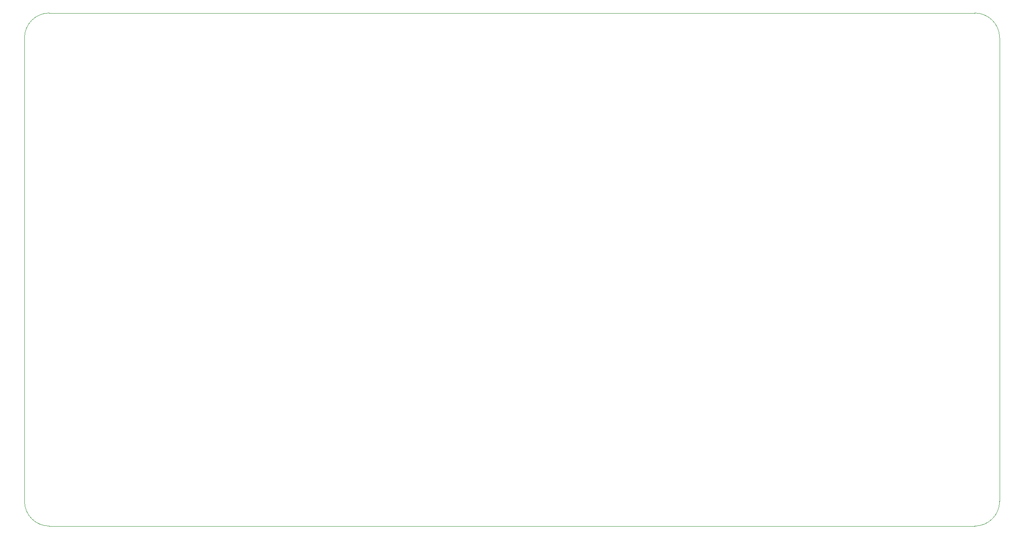
<source format=gbr>
%TF.GenerationSoftware,KiCad,Pcbnew,7.0.6-7.0.6~ubuntu22.04.1*%
%TF.CreationDate,2023-08-27T09:10:39+02:00*%
%TF.ProjectId,ATU-7X7-RF-SEC-VG2,4154552d-3758-4372-9d52-462d5345432d,1*%
%TF.SameCoordinates,Original*%
%TF.FileFunction,Profile,NP*%
%FSLAX46Y46*%
G04 Gerber Fmt 4.6, Leading zero omitted, Abs format (unit mm)*
G04 Created by KiCad (PCBNEW 7.0.6-7.0.6~ubuntu22.04.1) date 2023-08-27 09:10:39*
%MOMM*%
%LPD*%
G01*
G04 APERTURE LIST*
%TA.AperFunction,Profile*%
%ADD10C,0.050000*%
%TD*%
G04 APERTURE END LIST*
D10*
X115570000Y-99060000D02*
X305435000Y-99060000D01*
X110490000Y-104140000D02*
X110490000Y-199390000D01*
X115570000Y-99060000D02*
G75*
G03*
X110490000Y-104140000I0J-5080000D01*
G01*
X310515000Y-199390000D02*
X310515000Y-104140000D01*
X110490000Y-199390000D02*
G75*
G03*
X115570000Y-204470000I5080000J0D01*
G01*
X305435000Y-204470000D02*
G75*
G03*
X310515000Y-199390000I0J5080000D01*
G01*
X310515000Y-104140000D02*
G75*
G03*
X305435000Y-99060000I-5080000J0D01*
G01*
X115570000Y-204470000D02*
X305435000Y-204470000D01*
M02*

</source>
